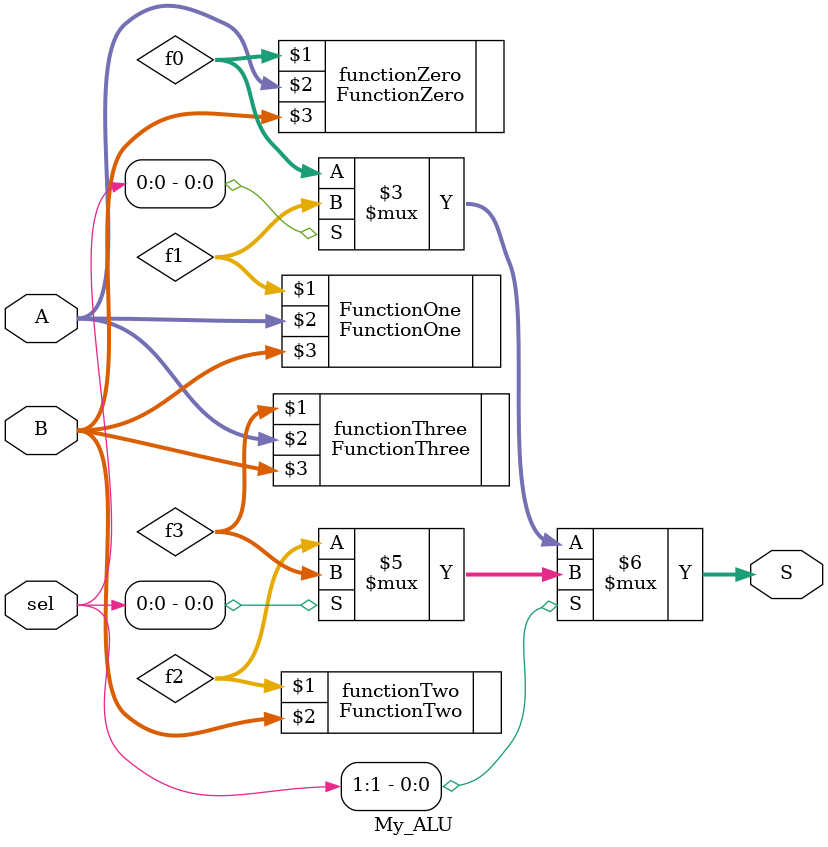
<source format=v>
module My_ALU(S,A,B,sel);
	output signed [7:0] S;
	input signed [7:0] A;
	input signed [7:0] B;
	input [1:0] sel;

	wire signed [7:0] f0;
	wire signed [7:0] f1;
	wire signed [7:0] f2;
	wire signed [7:0] f3;

	FunctionZero functionZero(f0,A,B);
	FunctionOne FunctionOne(f1,A,B);
	FunctionTwo functionTwo(f2,B);
	FunctionThree functionThree(f3,A,B);

	assign S = (!sel[1]) ? ((!sel[0]) ? f0 : f1) 
	: ((!sel[0]) ? f2 : f3);
endmodule


</source>
